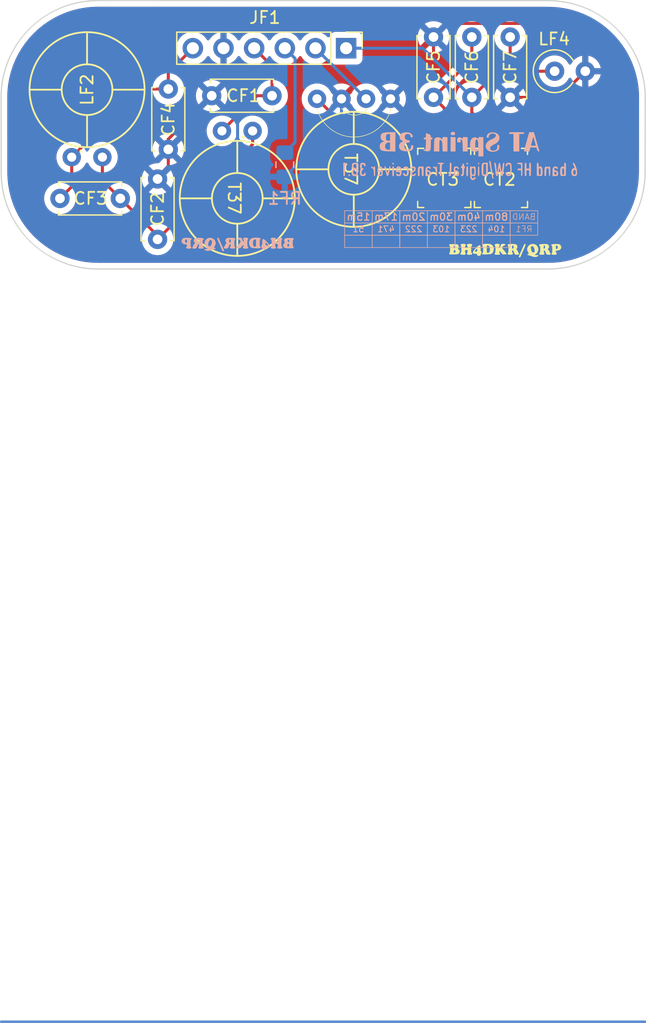
<source format=kicad_pcb>
(kicad_pcb (version 20211014) (generator pcbnew)
  (layers (0 "F.Cu" signal) (31 "B.Cu" signal) (34 "B.Paste" user) (35 "F.Paste" user) (36 "B.SilkS" user "B.Silkscreen") (37 "F.SilkS" user "F.Silkscreen") (38 "B.Mask" user) (39 "F.Mask" user) (44 "Edge.Cuts" user))
  (net 0 "")
  (net 1 "Net-(CF1-Pad1)")
  (net 2 "GNDREF")
  (net 3 "Net-(CF2-Pad1)")
  (net 4 "Net-(CF3-Pad1)")
  (net 5 "Net-(CF5-Pad1)")
  (net 6 "Net-(CF6-Pad2)")
  (net 7 "Net-(JF1-Pad2)")
  (net 8 "Net-(JF1-Pad3)")
  (footprint "Capacitor_SMD:C_Trimmer_Murata_TZB4-B" (layer "F.Cu") (at 133.35 62.309 -90)
    (fp_text reference "CT2" (at 0.127 0.127) (layer "F.SilkS"))
    (fp_text value "C_Trim" hide)
    (pad "1" smd rect (at -3 0 270) (size 2 1.6) (layers "F.Cu" "F.Paste" "F.Mask") (net 6 "Net-(CF6-Pad2)"))
    (pad "2" smd rect (at 3 0 270) (size 2 1.6) (layers "F.Cu" "F.Paste" "F.Mask") (net 2 "GNDREF"))
  )
  (footprint "Inductor_THT:L_Axial_L7.0mm_D3.3mm_P2.54mm_Vertical_Fastron_MICC" (layer "F.Cu") (at 137.795 53.467)
    (fp_text reference "LF4" (at -0.044 -2.667) (layer "F.SilkS"))
    (fp_text value "L_Iron" hide)
    (pad "1" thru_hole circle (at 0 0) (size 1.6 1.6) (drill 0.8) (layers *.Cu *.Mask) (net 6 "Net-(CF6-Pad2)"))
    (pad "2" thru_hole oval (at 2.54 0) (size 1.6 1.6) (drill 0.8) (layers *.Cu *.Mask) (net 2 "GNDREF"))
  )
  (footprint "Connector_PinHeader_2.54mm:PinHeader_1x06_P2.54mm_Vertical" (layer "F.Cu") (at 120.523 51.562 -90)
    (fp_text reference "JF1" (at -2.54 6.731) (layer "F.SilkS"))
    (fp_text value "Filter Board Connector" hide)
    (pad "1" thru_hole rect locked (at 0 0 270) (size 1.7 1.7) (drill 1) (layers *.Cu *.Mask) (net 6 "Net-(CF6-Pad2)"))
    (pad "2" thru_hole oval locked (at 0 2.54 270) (size 1.7 1.7) (drill 1) (layers *.Cu *.Mask) (net 7 "Net-(JF1-Pad2)"))
    (pad "3" thru_hole oval locked (at 0 5.08 270) (size 1.7 1.7) (drill 1) (layers *.Cu *.Mask) (net 8 "Net-(JF1-Pad3)"))
    (pad "4" thru_hole oval locked (at 0 7.62 270) (size 1.7 1.7) (drill 1) (layers *.Cu *.Mask) (net 1 "Net-(CF1-Pad1)"))
    (pad "5" thru_hole oval locked (at 0 10.16 270) (size 1.7 1.7) (drill 1) (layers *.Cu *.Mask) (net 2 "GNDREF"))
    (pad "6" thru_hole oval locked (at 0 12.7 270) (size 1.7 1.7) (drill 1) (layers *.Cu *.Mask) (net 4 "Net-(CF3-Pad1)"))
  )
  (footprint "Capacitor_THT:C_Disc_D5.0mm_W2.5mm_P5.00mm" (layer "F.Cu") (at 96.814 64.008)
    (fp_text reference "CF3" (at 2.54 0) (layer "F.SilkS"))
    (fp_text value "C" hide)
    (pad "1" thru_hole circle (at 0 0) (size 1.6 1.6) (drill 0.8) (layers *.Cu *.Mask) (net 4 "Net-(CF3-Pad1)"))
    (pad "2" thru_hole circle (at 5 0) (size 1.6 1.6) (drill 0.8) (layers *.Cu *.Mask) (net 3 "Net-(CF2-Pad1)"))
  )
  (footprint "Capacitor_THT:C_Disc_D5.0mm_W2.5mm_P5.00mm" (layer "F.Cu") (at 134.112 55.634 90)
    (fp_text reference "CF7" (at 2.5 0 90) (layer "F.SilkS"))
    (fp_text value "C" hide)
    (pad "1" thru_hole circle (at 0 0 90) (size 1.6 1.6) (drill 0.8) (layers *.Cu *.Mask) (net 2 "GNDREF"))
    (pad "2" thru_hole circle (at 5 0 90) (size 1.6 1.6) (drill 0.8) (layers *.Cu *.Mask) (net 6 "Net-(CF6-Pad2)"))
  )
  (footprint "Capacitor_THT:C_Disc_D5.0mm_W2.5mm_P5.00mm" (layer "F.Cu") (at 127.762 55.634 90)
    (fp_text reference "CF5" (at 2.5 0 90) (layer "F.SilkS"))
    (fp_text value "C" hide)
    (pad "1" thru_hole circle (at 0 0 90) (size 1.6 1.6) (drill 0.8) (layers *.Cu *.Mask) (net 5 "Net-(CF5-Pad1)"))
    (pad "2" thru_hole circle (at 5 0 90) (size 1.6 1.6) (drill 0.8) (layers *.Cu *.Mask) (net 2 "GNDREF"))
  )
  (footprint "Capacitor_THT:C_Disc_D5.0mm_W2.5mm_P5.00mm" (layer "F.Cu") (at 105.791 59.944 90)
    (fp_text reference "CF4" (at 2.5 0 90) (layer "F.SilkS"))
    (fp_text value "C" hide)
    (pad "1" thru_hole circle (at 0 0 90) (size 1.6 1.6) (drill 0.8) (layers *.Cu *.Mask) (net 2 "GNDREF"))
    (pad "2" thru_hole circle (at 5 0 90) (size 1.6 1.6) (drill 0.8) (layers *.Cu *.Mask) (net 4 "Net-(CF3-Pad1)"))
  )
  (footprint "CraftsmanICs:Toroid_horizontal_T37" (layer "F.Cu") (at 111.506 64.001 -90)
    (fp_text reference "LF1" hide)
    (fp_text value "L_Iron" hide)
    (fp_text user "T37" (at 0 0.254 -90 unlocked) (layer "F.SilkS"))
    (pad "1" thru_hole circle (at -5.588 -1.27 270) (size 1.524 1.524) (drill 0.762) (layers *.Cu *.Mask) (net 3 "Net-(CF2-Pad1)"))
    (pad "2" thru_hole circle (at -5.588 1.27 270) (size 1.524 1.524) (drill 0.762) (layers *.Cu *.Mask) (net 1 "Net-(CF1-Pad1)"))
  )
  (footprint "CraftsmanICs:bh4dkr_qrp_logo" (layer "F.Cu") (at 133.731 68.326)
    (fp_text reference "G***" hide)
    (fp_text value "LOGO" hide)
  )
  (footprint "CraftsmanICs:Toroid_horizontal_T37" (layer "F.Cu") (at 99.06 54.998 90)
    (fp_text reference "LF2" (at 0 0 90) (layer "F.SilkS"))
    (fp_text value "L_Iron" hide)
    (pad "1" thru_hole circle (at -5.588 -1.27 90) (size 1.524 1.524) (drill 0.762) (layers *.Cu *.Mask) (net 4 "Net-(CF3-Pad1)"))
    (pad "2" thru_hole circle (at -5.588 1.27 90) (size 1.524 1.524) (drill 0.762) (layers *.Cu *.Mask) (net 3 "Net-(CF2-Pad1)"))
  )
  (footprint "Capacitor_SMD:C_Trimmer_Murata_TZB4-B" (layer "F.Cu") (at 128.651 62.309 90)
    (fp_text reference "CT3" (at -0.127 -0.127) (layer "F.SilkS"))
    (fp_text value "C_Trim" hide)
    (pad "1" smd rect (at -3 0 90) (size 2 1.6) (layers "F.Cu" "F.Paste" "F.Mask") (net 2 "GNDREF"))
    (pad "2" smd rect (at 3 0 90) (size 2 1.6) (layers "F.Cu" "F.Paste" "F.Mask") (net 5 "Net-(CF5-Pad1)"))
  )
  (footprint "Capacitor_THT:C_Disc_D5.0mm_W2.5mm_P5.00mm" (layer "F.Cu") (at 130.937 50.634 -90)
    (fp_text reference "CF6" (at 2.5 0 90) (layer "F.SilkS"))
    (fp_text value "2.2p" hide)
    (pad "1" thru_hole circle (at 0 0 270) (size 1.6 1.6) (drill 0.8) (layers *.Cu *.Mask) (net 5 "Net-(CF5-Pad1)"))
    (pad "2" thru_hole circle (at 5 0 270) (size 1.6 1.6) (drill 0.8) (layers *.Cu *.Mask) (net 6 "Net-(CF6-Pad2)"))
  )
  (footprint "CraftsmanICs:Toroid_transformer_horizontal_T37" (layer "F.Cu") (at 121.158 61.595 -90)
    (fp_text reference "LF3" hide)
    (fp_text value "Transformer_1P_1S_1vsN" hide)
    (fp_text user "T37" (at 0 0.254 -90 unlocked) (layer "F.SilkS"))
    (pad "1" thru_hole circle (at -5.842 -1.016 270) (size 1.524 1.524) (drill 0.762) (layers *.Cu *.Mask) (net 7 "Net-(JF1-Pad2)"))
    (pad "2" thru_hole circle (at -5.842 1.016 270) (size 1.524 1.524) (drill 0.762) (layers *.Cu *.Mask) (net 2 "GNDREF"))
    (pad "3" thru_hole circle (at -5.842 -3.048 270) (size 1.524 1.524) (drill 0.762) (layers *.Cu *.Mask) (net 2 "GNDREF"))
    (pad "4" thru_hole circle (at -5.842 3.048 270) (size 1.524 1.524) (drill 0.762) (layers *.Cu *.Mask) (net 5 "Net-(CF5-Pad1)"))
  )
  (footprint "Capacitor_THT:C_Disc_D5.0mm_W2.5mm_P5.00mm" (layer "F.Cu") (at 104.902 67.397 90)
    (fp_text reference "CF2" (at 2.5 0 90) (layer "F.SilkS"))
    (fp_text value "C" hide)
    (pad "1" thru_hole circle (at 0 0 90) (size 1.6 1.6) (drill 0.8) (layers *.Cu *.Mask) (net 3 "Net-(CF2-Pad1)"))
    (pad "2" thru_hole circle (at 5 0 90) (size 1.6 1.6) (drill 0.8) (layers *.Cu *.Mask) (net 2 "GNDREF"))
  )
  (footprint "Capacitor_THT:C_Disc_D5.0mm_W2.5mm_P5.00mm" (layer "F.Cu") (at 114.387 55.499 180)
    (fp_text reference "CF1" (at 2.373 0) (layer "F.SilkS"))
    (fp_text value "C" hide)
    (pad "1" thru_hole circle (at 0 0 180) (size 1.6 1.6) (drill 0.8) (layers *.Cu *.Mask) (net 1 "Net-(CF1-Pad1)"))
    (pad "2" thru_hole circle (at 5 0 180) (size 1.6 1.6) (drill 0.8) (layers *.Cu *.Mask) (net 2 "GNDREF"))
  )
  (footprint "Resistor_SMD:R_0805_2012Metric_Pad1.20x1.40mm_HandSolder" (layer "B.Cu") (at 115.443 61.214 -90)
    (fp_text reference "RF1" (at 2.794 0 180) (layer "B.SilkS") (effects (justify mirror)))
    (fp_text value "R" hide)
    (pad "1" smd roundrect (at -1 0 270) (size 1.2 1.4) (layers "B.Cu" "B.Paste" "B.Mask") (roundrect_rratio 0.208333) (net 8 "Net-(JF1-Pad3)"))
    (pad "2" smd roundrect (at 1 0 270) (size 1.2 1.4) (layers "B.Cu" "B.Paste" "B.Mask") (roundrect_rratio 0.208333) (net 2 "GNDREF"))
  )
  (footprint "CraftsmanICs:at_sprint_3B_logo" (layer "B.Cu") (at 129.921 60.452 180)
    (fp_text reference "G***" hide)
    (fp_text value "LOGO" hide)
  )
  (footprint "CraftsmanICs:bh4dkr_qrp_logo" (layer "B.Cu") (at 111.506 67.818 180)
    (fp_text reference "G***" hide)
    (fp_text value "LOGO" hide)
  )
  (gr_line (start 145.288 132.207) (end 91.948 132.207) (layer "B.Cu") (width 0.2))
  (gr_rect (start 129.54 65.024) (end 127.254 66.04) (layer "B.SilkS") (width 0.05) (fill none))
  (gr_rect (start 124.968 65.024) (end 122.682 66.04) (layer "B.SilkS") (width 0.05) (fill none))
  (gr_rect (start 129.54 66.04) (end 127.254 67.056) (layer "B.SilkS") (width 0.05) (fill none))
  (gr_rect (start 131.826 65.024) (end 129.54 66.04) (layer "B.SilkS") (width 0.05) (fill none))
  (gr_rect (start 134.112 66.04) (end 131.826 67.056) (layer "B.SilkS") (width 0.05) (fill none))
  (gr_rect (start 122.682 67.056) (end 120.396 68.072) (layer "B.SilkS") (width 0.05) (fill none))
  (gr_rect (start 131.826 67.056) (end 129.54 68.072) (layer "B.SilkS") (width 0.05) (fill none))
  (gr_rect (start 122.682 65.024) (end 120.396 66.04) (layer "B.SilkS") (width 0.05) (fill none))
  (gr_rect (start 122.682 66.04) (end 120.396 67.056) (layer "B.SilkS") (width 0.05) (fill none))
  (gr_rect (start 127.254 66.04) (end 124.968 67.056) (layer "B.SilkS") (width 0.05) (fill none))
  (gr_rect (start 127.254 65.024) (end 124.968 66.04) (layer "B.SilkS") (width 0.05) (fill none))
  (gr_rect (start 136.398 66.04) (end 134.112 67.056) (layer "B.SilkS") (width 0.05) (fill none))
  (gr_rect (start 124.968 66.04) (end 122.682 67.056) (layer "B.SilkS") (width 0.05) (fill none))
  (gr_rect (start 136.398 65.024) (end 134.112 66.04) (layer "B.SilkS") (width 0.05) (fill none))
  (gr_rect (start 134.112 65.024) (end 131.826 66.04) (layer "B.SilkS") (width 0.05) (fill none))
  (gr_rect (start 129.54 67.056) (end 127.254 68.072) (layer "B.SilkS") (width 0.05) (fill none))
  (gr_rect (start 124.968 67.056) (end 122.682 68.072) (layer "B.SilkS") (width 0.05) (fill none))
  (gr_rect (start 127.254 67.056) (end 124.968 68.072) (layer "B.SilkS") (width 0.05) (fill none))
  (gr_rect (start 131.826 66.04) (end 129.54 67.056) (layer "B.SilkS") (width 0.05) (fill none))
  (gr_rect (start 134.112 67.056) (end 131.826 68.072) (layer "B.SilkS") (width 0.05) (fill none))
  (gr_line locked (start 99.942361 47.618361) (end 137.16 47.625) (layer "Edge.Cuts") (width 0.1))
  (gr_line locked (start 91.948 61.849) (end 91.941362 55.619361) (layer "Edge.Cuts") (width 0.1))
  (gr_arc locked (start 137.16 47.625) (mid 142.954543 49.979467) (end 145.300408 55.777496) (layer "Edge.Cuts") (width 0.1))
  (gr_arc locked (start 91.941362 55.619361) (mid 94.2848 49.9618) (end 99.942361 47.618361) (layer "Edge.Cuts") (width 0.1))
  (gr_arc locked (start 145.288 61.849) (mid 142.899496 67.551592) (end 137.16 69.849999) (layer "Edge.Cuts") (width 0.1))
  (gr_line locked (start 99.949 69.849999) (end 137.16 69.849999) (layer "Edge.Cuts") (width 0.1))
  (gr_arc locked (start 99.949 69.849999) (mid 94.291439 67.506561) (end 91.948 61.849) (layer "Edge.Cuts") (width 0.1))
  (gr_line locked (start 145.300408 55.777496) (end 145.288 61.849) (layer "Edge.Cuts") (width 0.1))
  (gr_text "223" (at 130.683 66.548) (layer "B.SilkS") (effects (font (size 0.5 0.5) (thickness 0.08)) (justify mirror)))
  (gr_text "15m" (at 121.539 65.532) (layer "B.SilkS") (effects (font (size 0.6 0.6) (thickness 0.1)) (justify mirror)))
  (gr_text "40m" (at 130.683 65.532) (layer "B.SilkS") (effects (font (size 0.6 0.6) (thickness 0.1)) (justify mirror)))
  (gr_text "471" (at 123.825 66.548) (layer "B.SilkS") (effects (font (size 0.5 0.5) (thickness 0.08)) (justify mirror)))
  (gr_text "80m" (at 132.969 65.532) (layer "B.SilkS") (effects (font (size 0.6 0.6) (thickness 0.1)) (justify mirror)))
  (gr_text "103" (at 128.397 66.548) (layer "B.SilkS") (effects (font (size 0.5 0.5) (thickness 0.08)) (justify mirror)))
  (gr_text "222" (at 126.111 66.548) (layer "B.SilkS") (effects (font (size 0.5 0.5) (thickness 0.08)) (justify mirror)))
  (gr_text "17m" (at 123.825 65.532) (layer "B.SilkS") (effects (font (size 0.6 0.6) (thickness 0.1)) (justify mirror)))
  (gr_text "51" (at 121.539 66.548) (layer "B.SilkS") (effects (font (size 0.5 0.5) (thickness 0.08)) (justify mirror)))
  (gr_text "30m" (at 128.397 65.532) (layer "B.SilkS") (effects (font (size 0.6 0.6) (thickness 0.1)) (justify mirror)))
  (gr_text "104" (at 132.969 66.548) (layer "B.SilkS") (effects (font (size 0.5 0.5) (thickness 0.08)) (justify mirror)))
  (gr_text "20m" (at 126.111 65.532) (layer "B.SilkS") (effects (font (size 0.6 0.6) (thickness 0.1)) (justify mirror)))
  (gr_text "RF1" (at 135.255 66.548) (layer "B.SilkS") (effects (font (size 0.5 0.5) (thickness 0.05)) (justify mirror)))
  (gr_text "BAND" (at 135.255 65.532) (layer "B.SilkS") (effects (font (size 0.5 0.5) (thickness 0.05)) (justify mirror)))
  (segment (start 114.387 55.499) (end 113.15 55.499) (width 0.25) (layer "F.Cu") (net 1))
  (segment (start 113.15 55.499) (end 110.236 58.413) (width 0.25) (layer "F.Cu") (net 1))
  (segment (start 112.903 51.562) (end 114.387 53.046) (width 0.25) (layer "F.Cu") (net 1))
  (segment (start 114.387 53.046) (end 114.387 55.499) (width 0.25) (layer "F.Cu") (net 1))
  (segment (start 134.112 55.634) (end 134.911999 56.433999) (width 0.25) (layer "F.Cu") (net 2))
  (segment (start 110.363 51.562) (end 110.363 54.523) (width 0.25) (layer "F.Cu") (net 2))
  (segment (start 105.791 61.508) (end 104.902 62.397) (width 0.25) (layer "F.Cu") (net 2))
  (segment (start 138.168 55.634) (end 140.335 53.467) (width 0.25) (layer "F.Cu") (net 2))
  (segment (start 134.911999 56.433999) (end 134.911999 63.747001) (width 0.25) (layer "F.Cu") (net 2))
  (segment (start 128.886511 49.509489) (end 139.527089 49.509489) (width 0.25) (layer "F.Cu") (net 2))
  (segment (start 134.112 55.634) (end 138.168 55.634) (width 0.25) (layer "F.Cu") (net 2))
  (segment (start 121.5136 57.1246) (end 120.142 55.753) (width 0.25) (layer "F.Cu") (net 2))
  (segment (start 124.206 55.753) (end 122.8344 57.1246) (width 0.25) (layer "F.Cu") (net 2))
  (segment (start 105.791 59.095) (end 105.791 59.944) (width 0.25) (layer "F.Cu") (net 2))
  (segment (start 109.387 55.499) (end 105.791 59.095) (width 0.25) (layer "F.Cu") (net 2))
  (segment (start 110.363 54.523) (end 109.387 55.499) (width 0.25) (layer "F.Cu") (net 2))
  (segment (start 127.762 50.634) (end 128.886511 49.509489) (width 0.25) (layer "F.Cu") (net 2))
  (segment (start 140.335 50.3174) (end 140.335 53.467) (width 0.25) (layer "F.Cu") (net 2))
  (segment (start 105.791 59.944) (end 105.791 61.508) (width 0.25) (layer "F.Cu") (net 2))
  (segment (start 127.762 52.197) (end 124.206 55.753) (width 0.25) (layer "F.Cu") (net 2))
  (segment (start 122.8344 57.1246) (end 121.5136 57.1246) (width 0.25) (layer "F.Cu") (net 2))
  (segment (start 134.911999 63.747001) (end 133.35 65.309) (width 0.25) (layer "F.Cu") (net 2))
  (segment (start 127.762 50.634) (end 127.762 52.197) (width 0.25) (layer "F.Cu") (net 2))
  (segment (start 139.527089 49.509489) (end 140.335 50.3174) (width 0.25) (layer "F.Cu") (net 2))
  (segment (start 111.5314 57.6434) (end 111.5314 59.9948) (width 0.25) (layer "B.Cu") (net 2))
  (segment (start 109.387 55.499) (end 111.5314 57.6434) (width 0.25) (layer "B.Cu") (net 2))
  (segment (start 120.142 57.515) (end 115.443 62.214) (width 0.25) (layer "B.Cu") (net 2))
  (segment (start 120.142 55.753) (end 120.142 57.515) (width 0.25) (layer "B.Cu") (net 2))
  (segment (start 113.7506 62.214) (end 115.443 62.214) (width 0.25) (layer "B.Cu") (net 2))
  (segment (start 111.5314 59.9948) (end 113.7506 62.214) (width 0.25) (layer "B.Cu") (net 2))
  (segment (start 104.902 67.096) (end 104.902 67.397) (width 0.25) (layer "F.Cu") (net 3))
  (segment (start 104.902 67.397) (end 112.776 59.523) (width 0.25) (layer "F.Cu") (net 3))
  (segment (start 112.776 59.523) (end 112.776 58.413) (width 0.25) (layer "F.Cu") (net 3))
  (segment (start 100.33 60.586) (end 100.33 62.524) (width 0.25) (layer "F.Cu") (net 3))
  (segment (start 100.33 62.524) (end 101.814 64.008) (width 0.25) (layer "F.Cu") (net 3))
  (segment (start 101.814 64.008) (end 104.902 67.096) (width 0.25) (layer "F.Cu") (net 3))
  (segment (start 107.823 51.562) (end 105.791 53.594) (width 0.25) (layer "F.Cu") (net 4))
  (segment (start 97.79 60.586) (end 97.79 63.032) (width 0.25) (layer "F.Cu") (net 4))
  (segment (start 105.791 53.594) (end 105.791 54.944) (width 0.25) (layer "F.Cu") (net 4))
  (segment (start 97.79 63.032) (end 96.814 64.008) (width 0.25) (layer "F.Cu") (net 4))
  (segment (start 103.432 54.944) (end 97.79 60.586) (width 0.25) (layer "F.Cu") (net 4))
  (segment (start 105.791 54.944) (end 103.432 54.944) (width 0.25) (layer "F.Cu") (net 4))
  (segment (start 130.937 52.459) (end 127.762 55.634) (width 0.25) (layer "F.Cu") (net 5))
  (segment (start 130.937 50.634) (end 130.937 52.459) (width 0.25) (layer "F.Cu") (net 5))
  (segment (start 128.651 59.309) (end 128.651 56.523) (width 0.25) (layer "F.Cu") (net 5))
  (segment (start 118.11 55.753) (end 121.666 59.309) (width 0.25) (layer "F.Cu") (net 5))
  (segment (start 121.666 59.309) (end 128.651 59.309) (width 0.25) (layer "F.Cu") (net 5))
  (segment (start 128.651 56.523) (end 127.762 55.634) (width 0.25) (layer "F.Cu") (net 5))
  (segment (start 130.937 55.634) (end 130.937 56.896) (width 0.25) (layer "F.Cu") (net 6))
  (segment (start 134.112 50.634) (end 134.112 52.459) (width 0.25) (layer "F.Cu") (net 6))
  (segment (start 135.12 53.467) (end 137.795 53.467) (width 0.25) (layer "F.Cu") (net 6))
  (segment (start 134.112 52.459) (end 135.12 53.467) (width 0.25) (layer "F.Cu") (net 6))
  (segment (start 130.937 56.896) (end 133.35 59.309) (width 0.25) (layer "F.Cu") (net 6))
  (segment (start 134.112 52.459) (end 130.937 55.634) (width 0.25) (layer "F.Cu") (net 6))
  (segment (start 126.865 51.562) (end 130.937 55.634) (width 0.25) (layer "B.Cu") (net 6))
  (segment (start 120.523 51.562) (end 126.865 51.562) (width 0.25) (layer "B.Cu") (net 6))
  (segment (start 117.983 51.562) (end 122.174 55.753) (width 0.25) (layer "B.Cu") (net 7))
  (segment (start 116.293 52.412) (end 116.293 59.364) (width 0.25) (layer "B.Cu") (net 8))
  (segment (start 116.293 59.364) (end 115.443 60.214) (width 0.25) (layer "B.Cu") (net 8))
  (segment (start 115.443 51.562) (end 116.293 52.412) (width 0.25) (layer "B.Cu") (net 8))
  (zone locked (net 2) (net_name "GNDREF") (layers F&B.Cu) (connect_pads (clearance 0.508)) (min_thickness 0.254) (fill yes (thermal_gap 0.508) (thermal_bridge_width 0.508))
    (polygon (pts (xy 91.9734 69.85) (xy 91.9734 47.625) (xy 145.3134 47.625) (xy 145.3134 69.85)))
  )
)
</source>
